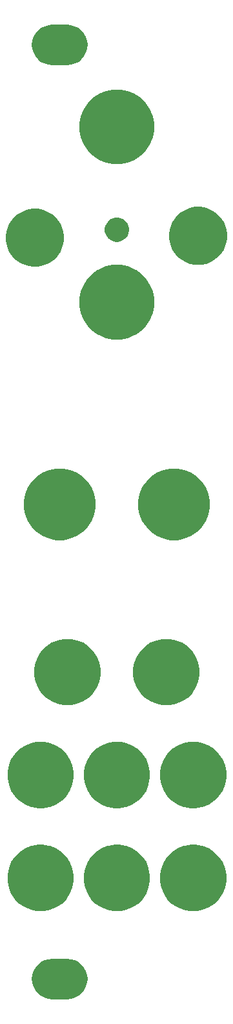
<source format=gbr>
G04 #@! TF.GenerationSoftware,KiCad,Pcbnew,(5.1.0)-1*
G04 #@! TF.CreationDate,2019-05-16T09:56:15+02:00*
G04 #@! TF.ProjectId,panel,70616e65-6c2e-46b6-9963-61645f706362,rev?*
G04 #@! TF.SameCoordinates,Original*
G04 #@! TF.FileFunction,Soldermask,Top*
G04 #@! TF.FilePolarity,Negative*
%FSLAX46Y46*%
G04 Gerber Fmt 4.6, Leading zero omitted, Abs format (unit mm)*
G04 Created by KiCad (PCBNEW (5.1.0)-1) date 2019-05-16 09:56:15*
%MOMM*%
%LPD*%
G04 APERTURE LIST*
%ADD10C,0.100000*%
G04 APERTURE END LIST*
D10*
G36*
X9017184Y-122899937D02*
G01*
X9514494Y-123050794D01*
X9972817Y-123295773D01*
X10374540Y-123625459D01*
X10704226Y-124027182D01*
X10949205Y-124485505D01*
X11100062Y-124982815D01*
X11151000Y-125499999D01*
X11151000Y-125500001D01*
X11100062Y-126017185D01*
X10949205Y-126514495D01*
X10704226Y-126972818D01*
X10374540Y-127374541D01*
X9972817Y-127704227D01*
X9514494Y-127949206D01*
X9017184Y-128100063D01*
X8500000Y-128151001D01*
X6500000Y-128151001D01*
X5982816Y-128100063D01*
X5485506Y-127949206D01*
X5027183Y-127704227D01*
X4625460Y-127374541D01*
X4295774Y-126972818D01*
X4050795Y-126514495D01*
X3899938Y-126017185D01*
X3849000Y-125500001D01*
X3849000Y-125499999D01*
X3899938Y-124982815D01*
X4050795Y-124485505D01*
X4295774Y-124027182D01*
X4625460Y-123625459D01*
X5027183Y-123295773D01*
X5485506Y-123050794D01*
X5982816Y-122899937D01*
X6500000Y-122848999D01*
X8500000Y-122848999D01*
X9017184Y-122899937D01*
X9017184Y-122899937D01*
G37*
G36*
X25548156Y-107922794D02*
G01*
X26269140Y-108066206D01*
X27060972Y-108394193D01*
X27773601Y-108870357D01*
X28379643Y-109476399D01*
X28855807Y-110189028D01*
X29183794Y-110980860D01*
X29351000Y-111821464D01*
X29351000Y-112678536D01*
X29183794Y-113519140D01*
X28855807Y-114310972D01*
X28379643Y-115023601D01*
X27773601Y-115629643D01*
X27060972Y-116105807D01*
X26269140Y-116433794D01*
X25548156Y-116577206D01*
X25428537Y-116601000D01*
X24571463Y-116601000D01*
X24451844Y-116577206D01*
X23730860Y-116433794D01*
X22939028Y-116105807D01*
X22226399Y-115629643D01*
X21620357Y-115023601D01*
X21144193Y-114310972D01*
X20816206Y-113519140D01*
X20649000Y-112678536D01*
X20649000Y-111821464D01*
X20816206Y-110980860D01*
X21144193Y-110189028D01*
X21620357Y-109476399D01*
X22226399Y-108870357D01*
X22939028Y-108394193D01*
X23730860Y-108066206D01*
X24451844Y-107922794D01*
X24571463Y-107899000D01*
X25428537Y-107899000D01*
X25548156Y-107922794D01*
X25548156Y-107922794D01*
G37*
G36*
X5548156Y-107922794D02*
G01*
X6269140Y-108066206D01*
X7060972Y-108394193D01*
X7773601Y-108870357D01*
X8379643Y-109476399D01*
X8855807Y-110189028D01*
X9183794Y-110980860D01*
X9351000Y-111821464D01*
X9351000Y-112678536D01*
X9183794Y-113519140D01*
X8855807Y-114310972D01*
X8379643Y-115023601D01*
X7773601Y-115629643D01*
X7060972Y-116105807D01*
X6269140Y-116433794D01*
X5548156Y-116577206D01*
X5428537Y-116601000D01*
X4571463Y-116601000D01*
X4451844Y-116577206D01*
X3730860Y-116433794D01*
X2939028Y-116105807D01*
X2226399Y-115629643D01*
X1620357Y-115023601D01*
X1144193Y-114310972D01*
X816206Y-113519140D01*
X649000Y-112678536D01*
X649000Y-111821464D01*
X816206Y-110980860D01*
X1144193Y-110189028D01*
X1620357Y-109476399D01*
X2226399Y-108870357D01*
X2939028Y-108394193D01*
X3730860Y-108066206D01*
X4451844Y-107922794D01*
X4571463Y-107899000D01*
X5428537Y-107899000D01*
X5548156Y-107922794D01*
X5548156Y-107922794D01*
G37*
G36*
X15548156Y-107922794D02*
G01*
X16269140Y-108066206D01*
X17060972Y-108394193D01*
X17773601Y-108870357D01*
X18379643Y-109476399D01*
X18855807Y-110189028D01*
X19183794Y-110980860D01*
X19351000Y-111821464D01*
X19351000Y-112678536D01*
X19183794Y-113519140D01*
X18855807Y-114310972D01*
X18379643Y-115023601D01*
X17773601Y-115629643D01*
X17060972Y-116105807D01*
X16269140Y-116433794D01*
X15548156Y-116577206D01*
X15428537Y-116601000D01*
X14571463Y-116601000D01*
X14451844Y-116577206D01*
X13730860Y-116433794D01*
X12939028Y-116105807D01*
X12226399Y-115629643D01*
X11620357Y-115023601D01*
X11144193Y-114310972D01*
X10816206Y-113519140D01*
X10649000Y-112678536D01*
X10649000Y-111821464D01*
X10816206Y-110980860D01*
X11144193Y-110189028D01*
X11620357Y-109476399D01*
X12226399Y-108870357D01*
X12939028Y-108394193D01*
X13730860Y-108066206D01*
X14451844Y-107922794D01*
X14571463Y-107899000D01*
X15428537Y-107899000D01*
X15548156Y-107922794D01*
X15548156Y-107922794D01*
G37*
G36*
X5548156Y-94422794D02*
G01*
X6269140Y-94566206D01*
X7060972Y-94894193D01*
X7773601Y-95370357D01*
X8379643Y-95976399D01*
X8855807Y-96689028D01*
X9183794Y-97480860D01*
X9351000Y-98321464D01*
X9351000Y-99178536D01*
X9183794Y-100019140D01*
X8855807Y-100810972D01*
X8379643Y-101523601D01*
X7773601Y-102129643D01*
X7060972Y-102605807D01*
X6269140Y-102933794D01*
X5548156Y-103077206D01*
X5428537Y-103101000D01*
X4571463Y-103101000D01*
X4451844Y-103077206D01*
X3730860Y-102933794D01*
X2939028Y-102605807D01*
X2226399Y-102129643D01*
X1620357Y-101523601D01*
X1144193Y-100810972D01*
X816206Y-100019140D01*
X649000Y-99178536D01*
X649000Y-98321464D01*
X816206Y-97480860D01*
X1144193Y-96689028D01*
X1620357Y-95976399D01*
X2226399Y-95370357D01*
X2939028Y-94894193D01*
X3730860Y-94566206D01*
X4451844Y-94422794D01*
X4571463Y-94399000D01*
X5428537Y-94399000D01*
X5548156Y-94422794D01*
X5548156Y-94422794D01*
G37*
G36*
X25548156Y-94422794D02*
G01*
X26269140Y-94566206D01*
X27060972Y-94894193D01*
X27773601Y-95370357D01*
X28379643Y-95976399D01*
X28855807Y-96689028D01*
X29183794Y-97480860D01*
X29351000Y-98321464D01*
X29351000Y-99178536D01*
X29183794Y-100019140D01*
X28855807Y-100810972D01*
X28379643Y-101523601D01*
X27773601Y-102129643D01*
X27060972Y-102605807D01*
X26269140Y-102933794D01*
X25548156Y-103077206D01*
X25428537Y-103101000D01*
X24571463Y-103101000D01*
X24451844Y-103077206D01*
X23730860Y-102933794D01*
X22939028Y-102605807D01*
X22226399Y-102129643D01*
X21620357Y-101523601D01*
X21144193Y-100810972D01*
X20816206Y-100019140D01*
X20649000Y-99178536D01*
X20649000Y-98321464D01*
X20816206Y-97480860D01*
X21144193Y-96689028D01*
X21620357Y-95976399D01*
X22226399Y-95370357D01*
X22939028Y-94894193D01*
X23730860Y-94566206D01*
X24451844Y-94422794D01*
X24571463Y-94399000D01*
X25428537Y-94399000D01*
X25548156Y-94422794D01*
X25548156Y-94422794D01*
G37*
G36*
X15548156Y-94422794D02*
G01*
X16269140Y-94566206D01*
X17060972Y-94894193D01*
X17773601Y-95370357D01*
X18379643Y-95976399D01*
X18855807Y-96689028D01*
X19183794Y-97480860D01*
X19351000Y-98321464D01*
X19351000Y-99178536D01*
X19183794Y-100019140D01*
X18855807Y-100810972D01*
X18379643Y-101523601D01*
X17773601Y-102129643D01*
X17060972Y-102605807D01*
X16269140Y-102933794D01*
X15548156Y-103077206D01*
X15428537Y-103101000D01*
X14571463Y-103101000D01*
X14451844Y-103077206D01*
X13730860Y-102933794D01*
X12939028Y-102605807D01*
X12226399Y-102129643D01*
X11620357Y-101523601D01*
X11144193Y-100810972D01*
X10816206Y-100019140D01*
X10649000Y-99178536D01*
X10649000Y-98321464D01*
X10816206Y-97480860D01*
X11144193Y-96689028D01*
X11620357Y-95976399D01*
X12226399Y-95370357D01*
X12939028Y-94894193D01*
X13730860Y-94566206D01*
X14451844Y-94422794D01*
X14571463Y-94399000D01*
X15428537Y-94399000D01*
X15548156Y-94422794D01*
X15548156Y-94422794D01*
G37*
G36*
X9048156Y-80922794D02*
G01*
X9769140Y-81066206D01*
X10560972Y-81394193D01*
X11273601Y-81870357D01*
X11879643Y-82476399D01*
X12355807Y-83189028D01*
X12683794Y-83980860D01*
X12851000Y-84821464D01*
X12851000Y-85678536D01*
X12683794Y-86519140D01*
X12355807Y-87310972D01*
X11879643Y-88023601D01*
X11273601Y-88629643D01*
X10560972Y-89105807D01*
X9769140Y-89433794D01*
X9048156Y-89577206D01*
X8928537Y-89601000D01*
X8071463Y-89601000D01*
X7951844Y-89577206D01*
X7230860Y-89433794D01*
X6439028Y-89105807D01*
X5726399Y-88629643D01*
X5120357Y-88023601D01*
X4644193Y-87310972D01*
X4316206Y-86519140D01*
X4149000Y-85678536D01*
X4149000Y-84821464D01*
X4316206Y-83980860D01*
X4644193Y-83189028D01*
X5120357Y-82476399D01*
X5726399Y-81870357D01*
X6439028Y-81394193D01*
X7230860Y-81066206D01*
X7951844Y-80922794D01*
X8071463Y-80899000D01*
X8928537Y-80899000D01*
X9048156Y-80922794D01*
X9048156Y-80922794D01*
G37*
G36*
X22048156Y-80922794D02*
G01*
X22769140Y-81066206D01*
X23560972Y-81394193D01*
X24273601Y-81870357D01*
X24879643Y-82476399D01*
X25355807Y-83189028D01*
X25683794Y-83980860D01*
X25851000Y-84821464D01*
X25851000Y-85678536D01*
X25683794Y-86519140D01*
X25355807Y-87310972D01*
X24879643Y-88023601D01*
X24273601Y-88629643D01*
X23560972Y-89105807D01*
X22769140Y-89433794D01*
X22048156Y-89577206D01*
X21928537Y-89601000D01*
X21071463Y-89601000D01*
X20951844Y-89577206D01*
X20230860Y-89433794D01*
X19439028Y-89105807D01*
X18726399Y-88629643D01*
X18120357Y-88023601D01*
X17644193Y-87310972D01*
X17316206Y-86519140D01*
X17149000Y-85678536D01*
X17149000Y-84821464D01*
X17316206Y-83980860D01*
X17644193Y-83189028D01*
X18120357Y-82476399D01*
X18726399Y-81870357D01*
X19439028Y-81394193D01*
X20230860Y-81066206D01*
X20951844Y-80922794D01*
X21071463Y-80899000D01*
X21928537Y-80899000D01*
X22048156Y-80922794D01*
X22048156Y-80922794D01*
G37*
G36*
X8871230Y-58729656D02*
G01*
X9726757Y-59084027D01*
X9726758Y-59084028D01*
X10496713Y-59598495D01*
X11151505Y-60253287D01*
X11495261Y-60767755D01*
X11665973Y-61023243D01*
X12020344Y-61878770D01*
X12201000Y-62786991D01*
X12201000Y-63713009D01*
X12020344Y-64621230D01*
X11665973Y-65476757D01*
X11665972Y-65476758D01*
X11151505Y-66246713D01*
X10496713Y-66901505D01*
X9982245Y-67245261D01*
X9726757Y-67415973D01*
X8871230Y-67770344D01*
X7963009Y-67951000D01*
X7036991Y-67951000D01*
X6128770Y-67770344D01*
X5273243Y-67415973D01*
X5017755Y-67245261D01*
X4503287Y-66901505D01*
X3848495Y-66246713D01*
X3334028Y-65476758D01*
X3334027Y-65476757D01*
X2979656Y-64621230D01*
X2799000Y-63713009D01*
X2799000Y-62786991D01*
X2979656Y-61878770D01*
X3334027Y-61023243D01*
X3504739Y-60767755D01*
X3848495Y-60253287D01*
X4503287Y-59598495D01*
X5273242Y-59084028D01*
X5273243Y-59084027D01*
X6128770Y-58729656D01*
X7036991Y-58549000D01*
X7963009Y-58549000D01*
X8871230Y-58729656D01*
X8871230Y-58729656D01*
G37*
G36*
X23871230Y-58729656D02*
G01*
X24726757Y-59084027D01*
X24726758Y-59084028D01*
X25496713Y-59598495D01*
X26151505Y-60253287D01*
X26495261Y-60767755D01*
X26665973Y-61023243D01*
X27020344Y-61878770D01*
X27201000Y-62786991D01*
X27201000Y-63713009D01*
X27020344Y-64621230D01*
X26665973Y-65476757D01*
X26665972Y-65476758D01*
X26151505Y-66246713D01*
X25496713Y-66901505D01*
X24982245Y-67245261D01*
X24726757Y-67415973D01*
X23871230Y-67770344D01*
X22963009Y-67951000D01*
X22036991Y-67951000D01*
X21128770Y-67770344D01*
X20273243Y-67415973D01*
X20017755Y-67245261D01*
X19503287Y-66901505D01*
X18848495Y-66246713D01*
X18334028Y-65476758D01*
X18334027Y-65476757D01*
X17979656Y-64621230D01*
X17799000Y-63713009D01*
X17799000Y-62786991D01*
X17979656Y-61878770D01*
X18334027Y-61023243D01*
X18504739Y-60767755D01*
X18848495Y-60253287D01*
X19503287Y-59598495D01*
X20273242Y-59084028D01*
X20273243Y-59084027D01*
X21128770Y-58729656D01*
X22036991Y-58549000D01*
X22963009Y-58549000D01*
X23871230Y-58729656D01*
X23871230Y-58729656D01*
G37*
G36*
X16429568Y-32037342D02*
G01*
X17321492Y-32406789D01*
X17321494Y-32406790D01*
X17523533Y-32541789D01*
X18124205Y-32943144D01*
X18806856Y-33625795D01*
X19343211Y-34428508D01*
X19712658Y-35320432D01*
X19901000Y-36267292D01*
X19901000Y-37232708D01*
X19712658Y-38179568D01*
X19343211Y-39071492D01*
X18806856Y-39874205D01*
X18124205Y-40556856D01*
X17523533Y-40958211D01*
X17321494Y-41093210D01*
X17321493Y-41093211D01*
X17321492Y-41093211D01*
X16429568Y-41462658D01*
X15482708Y-41651000D01*
X14517292Y-41651000D01*
X13570432Y-41462658D01*
X12678508Y-41093211D01*
X12678507Y-41093211D01*
X12678506Y-41093210D01*
X12476467Y-40958211D01*
X11875795Y-40556856D01*
X11193144Y-39874205D01*
X10656789Y-39071492D01*
X10287342Y-38179568D01*
X10099000Y-37232708D01*
X10099000Y-36267292D01*
X10287342Y-35320432D01*
X10656789Y-34428508D01*
X11193144Y-33625795D01*
X11875795Y-32943144D01*
X12476467Y-32541789D01*
X12678506Y-32406790D01*
X12678508Y-32406789D01*
X13570432Y-32037342D01*
X14517292Y-31849000D01*
X15482708Y-31849000D01*
X16429568Y-32037342D01*
X16429568Y-32037342D01*
G37*
G36*
X5358710Y-24645070D02*
G01*
X6050447Y-24931597D01*
X6050448Y-24931598D01*
X6672996Y-25347571D01*
X7202429Y-25877004D01*
X7448555Y-26245358D01*
X7618403Y-26499553D01*
X7904930Y-27191290D01*
X8051000Y-27925633D01*
X8051000Y-28674367D01*
X7904930Y-29408710D01*
X7618403Y-30100447D01*
X7618402Y-30100448D01*
X7202429Y-30722996D01*
X6672996Y-31252429D01*
X6424598Y-31418403D01*
X6050447Y-31668403D01*
X5358710Y-31954930D01*
X4624367Y-32101000D01*
X3875633Y-32101000D01*
X3141290Y-31954930D01*
X2449553Y-31668403D01*
X2075402Y-31418403D01*
X1827004Y-31252429D01*
X1297571Y-30722996D01*
X881598Y-30100448D01*
X881597Y-30100447D01*
X595070Y-29408710D01*
X449000Y-28674367D01*
X449000Y-27925633D01*
X595070Y-27191290D01*
X881597Y-26499553D01*
X1051445Y-26245358D01*
X1297571Y-25877004D01*
X1827004Y-25347571D01*
X2449552Y-24931598D01*
X2449553Y-24931597D01*
X3141290Y-24645070D01*
X3875633Y-24499000D01*
X4624367Y-24499000D01*
X5358710Y-24645070D01*
X5358710Y-24645070D01*
G37*
G36*
X26758710Y-24395070D02*
G01*
X27450447Y-24681597D01*
X27450448Y-24681598D01*
X28072996Y-25097571D01*
X28602429Y-25627004D01*
X28769474Y-25877005D01*
X29018403Y-26249553D01*
X29304930Y-26941290D01*
X29451000Y-27675633D01*
X29451000Y-28424367D01*
X29304930Y-29158710D01*
X29018403Y-29850447D01*
X29018402Y-29850448D01*
X28602429Y-30472996D01*
X28072996Y-31002429D01*
X27698844Y-31252429D01*
X27450447Y-31418403D01*
X26758710Y-31704930D01*
X26024367Y-31851000D01*
X25275633Y-31851000D01*
X24541290Y-31704930D01*
X23849553Y-31418403D01*
X23601156Y-31252429D01*
X23227004Y-31002429D01*
X22697571Y-30472996D01*
X22281598Y-29850448D01*
X22281597Y-29850447D01*
X21995070Y-29158710D01*
X21849000Y-28424367D01*
X21849000Y-27675633D01*
X21995070Y-26941290D01*
X22281597Y-26249553D01*
X22530526Y-25877005D01*
X22697571Y-25627004D01*
X23227004Y-25097571D01*
X23849552Y-24681598D01*
X23849553Y-24681597D01*
X24541290Y-24395070D01*
X25275633Y-24249000D01*
X26024367Y-24249000D01*
X26758710Y-24395070D01*
X26758710Y-24395070D01*
G37*
G36*
X15231083Y-25689090D02*
G01*
X15459702Y-25734564D01*
X15746516Y-25853367D01*
X16004642Y-26025841D01*
X16224159Y-26245358D01*
X16396633Y-26503484D01*
X16515436Y-26790298D01*
X16576000Y-27094778D01*
X16576000Y-27405222D01*
X16515436Y-27709702D01*
X16396633Y-27996516D01*
X16224159Y-28254642D01*
X16004642Y-28474159D01*
X15746516Y-28646633D01*
X15459702Y-28765436D01*
X15231083Y-28810910D01*
X15155224Y-28826000D01*
X14844776Y-28826000D01*
X14768917Y-28810910D01*
X14540298Y-28765436D01*
X14253484Y-28646633D01*
X13995358Y-28474159D01*
X13775841Y-28254642D01*
X13603367Y-27996516D01*
X13484564Y-27709702D01*
X13424000Y-27405222D01*
X13424000Y-27094778D01*
X13484564Y-26790298D01*
X13603367Y-26503484D01*
X13775841Y-26245358D01*
X13995358Y-26025841D01*
X14253484Y-25853367D01*
X14540298Y-25734564D01*
X14768917Y-25689090D01*
X14844776Y-25674000D01*
X15155224Y-25674000D01*
X15231083Y-25689090D01*
X15231083Y-25689090D01*
G37*
G36*
X16429568Y-9037342D02*
G01*
X17321492Y-9406789D01*
X17321494Y-9406790D01*
X17523533Y-9541789D01*
X18124205Y-9943144D01*
X18806856Y-10625795D01*
X19343211Y-11428508D01*
X19712658Y-12320432D01*
X19901000Y-13267292D01*
X19901000Y-14232708D01*
X19712658Y-15179568D01*
X19343211Y-16071492D01*
X18806856Y-16874205D01*
X18124205Y-17556856D01*
X17523533Y-17958212D01*
X17321494Y-18093210D01*
X17321493Y-18093211D01*
X17321492Y-18093211D01*
X16429568Y-18462658D01*
X15482708Y-18651000D01*
X14517292Y-18651000D01*
X13570432Y-18462658D01*
X12678508Y-18093211D01*
X12678507Y-18093211D01*
X12678506Y-18093210D01*
X12476467Y-17958212D01*
X11875795Y-17556856D01*
X11193144Y-16874205D01*
X10656789Y-16071492D01*
X10287342Y-15179568D01*
X10099000Y-14232708D01*
X10099000Y-13267292D01*
X10287342Y-12320432D01*
X10656789Y-11428508D01*
X11193144Y-10625795D01*
X11875795Y-9943144D01*
X12476467Y-9541789D01*
X12678506Y-9406790D01*
X12678508Y-9406789D01*
X13570432Y-9037342D01*
X14517292Y-8849000D01*
X15482708Y-8849000D01*
X16429568Y-9037342D01*
X16429568Y-9037342D01*
G37*
G36*
X9017184Y-399937D02*
G01*
X9514494Y-550794D01*
X9972817Y-795773D01*
X10374540Y-1125459D01*
X10704226Y-1527182D01*
X10949205Y-1985505D01*
X11100062Y-2482815D01*
X11151000Y-2999999D01*
X11151000Y-3000001D01*
X11100062Y-3517185D01*
X10949205Y-4014495D01*
X10704226Y-4472818D01*
X10374540Y-4874541D01*
X9972817Y-5204227D01*
X9514494Y-5449206D01*
X9017184Y-5600063D01*
X8500000Y-5651001D01*
X6500000Y-5651001D01*
X5982816Y-5600063D01*
X5485506Y-5449206D01*
X5027183Y-5204227D01*
X4625460Y-4874541D01*
X4295774Y-4472818D01*
X4050795Y-4014495D01*
X3899938Y-3517185D01*
X3849000Y-3000001D01*
X3849000Y-2999999D01*
X3899938Y-2482815D01*
X4050795Y-1985505D01*
X4295774Y-1527182D01*
X4625460Y-1125459D01*
X5027183Y-795773D01*
X5485506Y-550794D01*
X5982816Y-399937D01*
X6500000Y-348999D01*
X8500000Y-348999D01*
X9017184Y-399937D01*
X9017184Y-399937D01*
G37*
M02*

</source>
